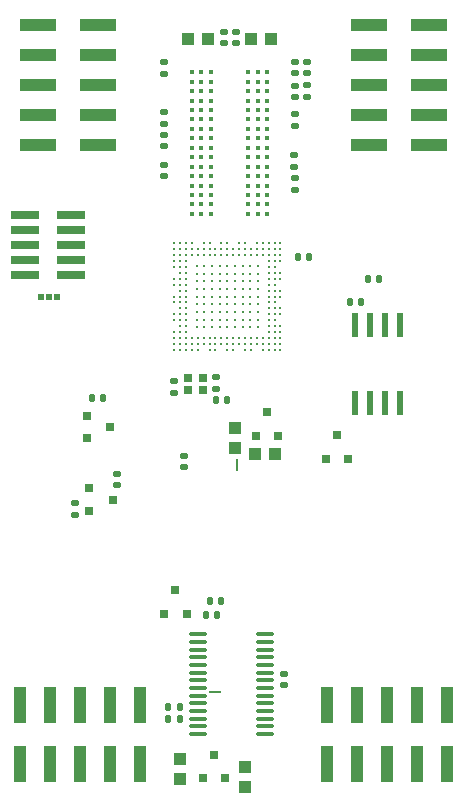
<source format=gbr>
G04 #@! TF.GenerationSoftware,KiCad,Pcbnew,7.0.1-0*
G04 #@! TF.CreationDate,2023-03-28T15:50:41-07:00*
G04 #@! TF.ProjectId,Kit-Brainboard,4b69742d-4272-4616-996e-626f6172642e,rev?*
G04 #@! TF.SameCoordinates,Original*
G04 #@! TF.FileFunction,Paste,Top*
G04 #@! TF.FilePolarity,Positive*
%FSLAX46Y46*%
G04 Gerber Fmt 4.6, Leading zero omitted, Abs format (unit mm)*
G04 Created by KiCad (PCBNEW 7.0.1-0) date 2023-03-28 15:50:41*
%MOMM*%
%LPD*%
G01*
G04 APERTURE LIST*
G04 Aperture macros list*
%AMRoundRect*
0 Rectangle with rounded corners*
0 $1 Rounding radius*
0 $2 $3 $4 $5 $6 $7 $8 $9 X,Y pos of 4 corners*
0 Add a 4 corners polygon primitive as box body*
4,1,4,$2,$3,$4,$5,$6,$7,$8,$9,$2,$3,0*
0 Add four circle primitives for the rounded corners*
1,1,$1+$1,$2,$3*
1,1,$1+$1,$4,$5*
1,1,$1+$1,$6,$7*
1,1,$1+$1,$8,$9*
0 Add four rect primitives between the rounded corners*
20,1,$1+$1,$2,$3,$4,$5,0*
20,1,$1+$1,$4,$5,$6,$7,0*
20,1,$1+$1,$6,$7,$8,$9,0*
20,1,$1+$1,$8,$9,$2,$3,0*%
G04 Aperture macros list end*
%ADD10R,0.600000X2.000000*%
%ADD11R,0.800100X0.800100*%
%ADD12RoundRect,0.147500X0.172500X-0.147500X0.172500X0.147500X-0.172500X0.147500X-0.172500X-0.147500X0*%
%ADD13RoundRect,0.147500X-0.147500X-0.172500X0.147500X-0.172500X0.147500X0.172500X-0.147500X0.172500X0*%
%ADD14R,3.150000X1.000000*%
%ADD15RoundRect,0.147500X-0.172500X0.147500X-0.172500X-0.147500X0.172500X-0.147500X0.172500X0.147500X0*%
%ADD16R,0.160000X0.500000*%
%ADD17R,0.500000X0.500000*%
%ADD18R,1.000000X1.000000*%
%ADD19C,0.230000*%
%ADD20R,0.800000X0.700000*%
%ADD21R,1.000000X3.150000*%
%ADD22C,0.400000*%
%ADD23RoundRect,0.147500X0.147500X0.172500X-0.147500X0.172500X-0.147500X-0.172500X0.147500X-0.172500X0*%
%ADD24RoundRect,0.100000X0.637500X0.100000X-0.637500X0.100000X-0.637500X-0.100000X0.637500X-0.100000X0*%
%ADD25R,2.400000X0.740000*%
%ADD26R,0.500000X0.160000*%
G04 APERTURE END LIST*
D10*
G04 #@! TO.C,U5*
X219575000Y-90102000D03*
X220845000Y-90102000D03*
X222115000Y-90102000D03*
X223385000Y-90102000D03*
X223385000Y-83498000D03*
X222115000Y-83498000D03*
X220845000Y-83498000D03*
X219575000Y-83498000D03*
G04 #@! TD*
D11*
G04 #@! TO.C,D19*
X203410000Y-108000000D03*
X205310000Y-108000000D03*
X204360000Y-106001020D03*
G04 #@! TD*
D12*
G04 #@! TO.C,C42*
X203430000Y-68411779D03*
X203430000Y-67441779D03*
G04 #@! TD*
G04 #@! TO.C,C2*
X213530000Y-114015000D03*
X213530000Y-113045000D03*
G04 #@! TD*
D11*
G04 #@! TO.C,D24*
X196860000Y-91210000D03*
X196860000Y-93110000D03*
X198858980Y-92160000D03*
G04 #@! TD*
D13*
G04 #@! TO.C,R40*
X203755000Y-115900000D03*
X204725000Y-115900000D03*
G04 #@! TD*
D14*
G04 #@! TO.C,JA1*
X192744993Y-58130008D03*
X197794993Y-58130008D03*
X192744993Y-60670008D03*
X197794993Y-60670008D03*
X192744993Y-63210008D03*
X197794993Y-63210008D03*
X192744993Y-65750008D03*
X197794993Y-65750008D03*
X192744993Y-68290008D03*
X197794993Y-68290008D03*
G04 #@! TD*
D15*
G04 #@! TO.C,C98*
X214460000Y-61251779D03*
X214460000Y-62221779D03*
G04 #@! TD*
D16*
G04 #@! TO.C,NT2*
X209580000Y-95160000D03*
X209580000Y-95660000D03*
G04 #@! TD*
D17*
G04 #@! TO.C,JP1*
X194380000Y-81180000D03*
X193700000Y-81180000D03*
X193020000Y-81180000D03*
G04 #@! TD*
D18*
G04 #@! TO.C,C3*
X210220000Y-120930000D03*
X210220000Y-122630000D03*
G04 #@! TD*
D12*
G04 #@! TO.C,R67*
X214430000Y-70141779D03*
X214430000Y-69171779D03*
G04 #@! TD*
D18*
G04 #@! TO.C,C81*
X212470000Y-59356779D03*
X210770000Y-59356779D03*
G04 #@! TD*
D15*
G04 #@! TO.C,C13*
X204230000Y-88305000D03*
X204230000Y-89275000D03*
G04 #@! TD*
D12*
G04 #@! TO.C,C64*
X215473460Y-62226859D03*
X215473460Y-61256859D03*
G04 #@! TD*
D15*
G04 #@! TO.C,C55*
X215490000Y-63251779D03*
X215490000Y-64221779D03*
G04 #@! TD*
D19*
G04 #@! TO.C,U2*
X206160000Y-83730000D03*
X206160000Y-83080000D03*
X206160000Y-82430000D03*
X206160000Y-81780000D03*
X206160000Y-81130000D03*
X206160000Y-80480000D03*
X206160000Y-79830000D03*
X206160000Y-79180000D03*
X206160000Y-78530000D03*
X206810000Y-83730000D03*
X206810000Y-83080000D03*
X206810000Y-82430000D03*
X206810000Y-81780000D03*
X206810000Y-81130000D03*
X206810000Y-80480000D03*
X206810000Y-79830000D03*
X206810000Y-79180000D03*
X206810000Y-78530000D03*
X207460000Y-83730000D03*
X207460000Y-83080000D03*
X207460000Y-82430000D03*
X207460000Y-81780000D03*
X207460000Y-81130000D03*
X207460000Y-80480000D03*
X207460000Y-79830000D03*
X207460000Y-79180000D03*
X207460000Y-78530000D03*
X208110000Y-83730000D03*
X208110000Y-83080000D03*
X208110000Y-82430000D03*
X208110000Y-81780000D03*
X208110000Y-81130000D03*
X208110000Y-80480000D03*
X208110000Y-79830000D03*
X208110000Y-79180000D03*
X208110000Y-78530000D03*
X208760000Y-83730000D03*
X208760000Y-83080000D03*
X208760000Y-82430000D03*
X208760000Y-81780000D03*
X208760000Y-81130000D03*
X208760000Y-80480000D03*
X208760000Y-79830000D03*
X208760000Y-79180000D03*
X208760000Y-78530000D03*
X209410000Y-83730000D03*
X209410000Y-83080000D03*
X209410000Y-82430000D03*
X209410000Y-81780000D03*
X209410000Y-81130000D03*
X209410000Y-80480000D03*
X209410000Y-79830000D03*
X209410000Y-79180000D03*
X209410000Y-78530000D03*
X210060000Y-83730000D03*
X210060000Y-83080000D03*
X210060000Y-82430000D03*
X210060000Y-81780000D03*
X210060000Y-81130000D03*
X210060000Y-80480000D03*
X210060000Y-79830000D03*
X210060000Y-79180000D03*
X210060000Y-78530000D03*
X210710000Y-83730000D03*
X210710000Y-83080000D03*
X210710000Y-82430000D03*
X210710000Y-81780000D03*
X210710000Y-81130000D03*
X210710000Y-80480000D03*
X210710000Y-79830000D03*
X210710000Y-79180000D03*
X210710000Y-78530000D03*
X211360000Y-83730000D03*
X211360000Y-83080000D03*
X211360000Y-82430000D03*
X211360000Y-81780000D03*
X211360000Y-81130000D03*
X211360000Y-80480000D03*
X211360000Y-79830000D03*
X211360000Y-79180000D03*
X211360000Y-78530000D03*
X204260000Y-85630000D03*
X204260000Y-85130000D03*
X204260000Y-84630000D03*
X204260000Y-84130000D03*
X204260000Y-83130000D03*
X204260000Y-82630000D03*
X204260000Y-81630000D03*
X204260000Y-81130000D03*
X204260000Y-80130000D03*
X204260000Y-79630000D03*
X204260000Y-78630000D03*
X204260000Y-78130000D03*
X204260000Y-77630000D03*
X204260000Y-77130000D03*
X204260000Y-76630000D03*
X204760000Y-85630000D03*
X204760000Y-85130000D03*
X204760000Y-84630000D03*
X204760000Y-84130000D03*
X204760000Y-83630000D03*
X204760000Y-83130000D03*
X204760000Y-82630000D03*
X204760000Y-82130000D03*
X204760000Y-81630000D03*
X204760000Y-81130000D03*
X204760000Y-80630000D03*
X204760000Y-80130000D03*
X204760000Y-79630000D03*
X204760000Y-79130000D03*
X204760000Y-78630000D03*
X204760000Y-78130000D03*
X204760000Y-77630000D03*
X204760000Y-77130000D03*
X204760000Y-76630000D03*
X205260000Y-85630000D03*
X205260000Y-85130000D03*
X205260000Y-84630000D03*
X205260000Y-84130000D03*
X205260000Y-83630000D03*
X205260000Y-83130000D03*
X205260000Y-82630000D03*
X205260000Y-82130000D03*
X205260000Y-81630000D03*
X205260000Y-81130000D03*
X205260000Y-80630000D03*
X205260000Y-80130000D03*
X205260000Y-79630000D03*
X205260000Y-79130000D03*
X205260000Y-78630000D03*
X205260000Y-78130000D03*
X205260000Y-77630000D03*
X205260000Y-77130000D03*
X205260000Y-76630000D03*
X205760000Y-85630000D03*
X205760000Y-85130000D03*
X205760000Y-84630000D03*
X205760000Y-77630000D03*
X205760000Y-77130000D03*
X205760000Y-76630000D03*
X206260000Y-85630000D03*
X206260000Y-85130000D03*
X206260000Y-84630000D03*
X206260000Y-77630000D03*
X206260000Y-77130000D03*
X206760000Y-85130000D03*
X206760000Y-84630000D03*
X206760000Y-77630000D03*
X206760000Y-77130000D03*
X206760000Y-76630000D03*
X207260000Y-85630000D03*
X207260000Y-85130000D03*
X207260000Y-84630000D03*
X207260000Y-77630000D03*
X207260000Y-77130000D03*
X207260000Y-76630000D03*
X207760000Y-85630000D03*
X207760000Y-85130000D03*
X207760000Y-84630000D03*
X207760000Y-77630000D03*
X207760000Y-77130000D03*
X208260000Y-85130000D03*
X208260000Y-84630000D03*
X208260000Y-77630000D03*
X208260000Y-77130000D03*
X208260000Y-76630000D03*
X208760000Y-85630000D03*
X208760000Y-85130000D03*
X208760000Y-84630000D03*
X208760000Y-77630000D03*
X208760000Y-77130000D03*
X208760000Y-76630000D03*
X209260000Y-85630000D03*
X209260000Y-85130000D03*
X209260000Y-84630000D03*
X209260000Y-77630000D03*
X209260000Y-77130000D03*
X209760000Y-85130000D03*
X209760000Y-84630000D03*
X209760000Y-77630000D03*
X209760000Y-77130000D03*
X209760000Y-76630000D03*
X210260000Y-85630000D03*
X210260000Y-85130000D03*
X210260000Y-84630000D03*
X210260000Y-77630000D03*
X210260000Y-77130000D03*
X210260000Y-76630000D03*
X210760000Y-85630000D03*
X210760000Y-85130000D03*
X210760000Y-84630000D03*
X210760000Y-77630000D03*
X210760000Y-77130000D03*
X211260000Y-85130000D03*
X211260000Y-84630000D03*
X211260000Y-77630000D03*
X211260000Y-77130000D03*
X211260000Y-76630000D03*
X211760000Y-85630000D03*
X211760000Y-85130000D03*
X211760000Y-84630000D03*
X211760000Y-77630000D03*
X211760000Y-77130000D03*
X211760000Y-76630000D03*
X212260000Y-85630000D03*
X212260000Y-85130000D03*
X212260000Y-84630000D03*
X212260000Y-84130000D03*
X212260000Y-83630000D03*
X212260000Y-83130000D03*
X212260000Y-82630000D03*
X212260000Y-82130000D03*
X212260000Y-81630000D03*
X212260000Y-81130000D03*
X212260000Y-80630000D03*
X212260000Y-80130000D03*
X212260000Y-79630000D03*
X212260000Y-79130000D03*
X212260000Y-78630000D03*
X212260000Y-78130000D03*
X212260000Y-77630000D03*
X212260000Y-77130000D03*
X212260000Y-76630000D03*
X212760000Y-85630000D03*
X212760000Y-85130000D03*
X212760000Y-84630000D03*
X212760000Y-84130000D03*
X212760000Y-83630000D03*
X212760000Y-83130000D03*
X212760000Y-82630000D03*
X212760000Y-82130000D03*
X212760000Y-81630000D03*
X212760000Y-81130000D03*
X212760000Y-80630000D03*
X212760000Y-80130000D03*
X212760000Y-79630000D03*
X212760000Y-79130000D03*
X212760000Y-78630000D03*
X212760000Y-78130000D03*
X212760000Y-77630000D03*
X212760000Y-77130000D03*
X212760000Y-76630000D03*
X213260000Y-85630000D03*
X213260000Y-85130000D03*
X213260000Y-84630000D03*
X213260000Y-84130000D03*
X213260000Y-83630000D03*
X213260000Y-82630000D03*
X213260000Y-82130000D03*
X213260000Y-81130000D03*
X213260000Y-80630000D03*
X213260000Y-79630000D03*
X213260000Y-79130000D03*
X213260000Y-78130000D03*
X213260000Y-77630000D03*
X213260000Y-77130000D03*
X213260000Y-76630000D03*
G04 #@! TD*
D18*
G04 #@! TO.C,C83*
X207110000Y-59346779D03*
X205410000Y-59346779D03*
G04 #@! TD*
D20*
G04 #@! TO.C,X1*
X206695007Y-88026792D03*
X205395003Y-88026792D03*
X205395003Y-89026792D03*
X206695007Y-89026792D03*
G04 #@! TD*
D13*
G04 #@! TO.C,C24*
X207795000Y-89920000D03*
X208765000Y-89920000D03*
G04 #@! TD*
D12*
G04 #@! TO.C,R20*
X195890000Y-99615000D03*
X195890000Y-98645000D03*
G04 #@! TD*
D21*
G04 #@! TO.C,JB1*
X191189991Y-120735000D03*
X191189991Y-115685000D03*
X193729991Y-120735000D03*
X193729991Y-115685000D03*
X196269991Y-120735000D03*
X196269991Y-115685000D03*
X198809991Y-120735000D03*
X198809991Y-115685000D03*
X201349991Y-120735000D03*
X201349991Y-115685000D03*
G04 #@! TD*
D13*
G04 #@! TO.C,R2*
X207255000Y-106890000D03*
X208225000Y-106890000D03*
G04 #@! TD*
D12*
G04 #@! TO.C,R30*
X205090000Y-95565000D03*
X205090000Y-94595000D03*
G04 #@! TD*
D15*
G04 #@! TO.C,C102*
X214450000Y-65701779D03*
X214450000Y-66671779D03*
G04 #@! TD*
D13*
G04 #@! TO.C,R39*
X203745000Y-116920000D03*
X204715000Y-116920000D03*
G04 #@! TD*
D12*
G04 #@! TO.C,C94*
X208440000Y-59681779D03*
X208440000Y-58711779D03*
G04 #@! TD*
G04 #@! TO.C,C15*
X199450000Y-97095000D03*
X199450000Y-96125000D03*
G04 #@! TD*
G04 #@! TO.C,C14*
X207833460Y-88941859D03*
X207833460Y-87971859D03*
G04 #@! TD*
D21*
G04 #@! TO.C,JC1*
X217190015Y-120735000D03*
X217190015Y-115685000D03*
X219730015Y-120735000D03*
X219730015Y-115685000D03*
X222270015Y-120735000D03*
X222270015Y-115685000D03*
X224810015Y-120735000D03*
X224810015Y-115685000D03*
X227350015Y-120735000D03*
X227350015Y-115685000D03*
G04 #@! TD*
D11*
G04 #@! TO.C,U13*
X211150000Y-92910000D03*
X213050000Y-92910000D03*
X212100000Y-90911020D03*
G04 #@! TD*
D13*
G04 #@! TO.C,C12*
X219120000Y-81550000D03*
X220090000Y-81550000D03*
G04 #@! TD*
D22*
G04 #@! TO.C,U14*
X205739598Y-62131000D03*
X206539600Y-62131000D03*
X207339600Y-62131000D03*
X210539600Y-62131000D03*
X211339600Y-62131000D03*
X212139600Y-62131000D03*
X205739598Y-62931000D03*
X206539600Y-62931000D03*
X207339600Y-62931000D03*
X210539600Y-62931000D03*
X211339600Y-62931000D03*
X212139600Y-62931000D03*
X205739598Y-63731000D03*
X206539600Y-63731000D03*
X207339600Y-63731000D03*
X210539600Y-63731000D03*
X211339600Y-63731000D03*
X212139600Y-63731000D03*
X205739598Y-64531000D03*
X206539600Y-64531000D03*
X207339600Y-64531000D03*
X210539600Y-64531000D03*
X211339600Y-64531000D03*
X212139600Y-64531000D03*
X205739598Y-65331000D03*
X206539600Y-65331000D03*
X207339600Y-65331000D03*
X210539600Y-65331000D03*
X211339600Y-65331000D03*
X212139600Y-65331000D03*
X205739598Y-66131000D03*
X206539600Y-66131000D03*
X207339600Y-66131000D03*
X210539600Y-66131000D03*
X211339600Y-66131000D03*
X212139600Y-66131000D03*
X205739598Y-66931000D03*
X206539600Y-66931000D03*
X207339600Y-66931000D03*
X210539600Y-66931000D03*
X211339600Y-66931000D03*
X212139600Y-66931000D03*
X205739598Y-67731000D03*
X206539600Y-67731000D03*
X207339600Y-67731000D03*
X210539600Y-67731000D03*
X211339600Y-67731000D03*
X212139600Y-67731000D03*
X205739598Y-68531000D03*
X206539600Y-68531000D03*
X207339600Y-68531000D03*
X210539600Y-68531000D03*
X211339600Y-68531000D03*
X212139600Y-68531000D03*
X205739598Y-69331000D03*
X206539600Y-69331000D03*
X207339600Y-69331000D03*
X210539600Y-69331000D03*
X211339600Y-69331000D03*
X212139600Y-69331000D03*
X205739598Y-70131000D03*
X206539600Y-70131000D03*
X207339600Y-70131000D03*
X210539600Y-70131000D03*
X211339600Y-70131000D03*
X212139600Y-70131000D03*
X205739598Y-70931000D03*
X206539600Y-70931000D03*
X207339600Y-70931000D03*
X210539600Y-70931000D03*
X211339600Y-70931000D03*
X212139600Y-70931000D03*
X205739598Y-71731000D03*
X206539600Y-71731000D03*
X207339600Y-71731000D03*
X210539600Y-71731000D03*
X211339600Y-71731000D03*
X212139600Y-71731000D03*
X205739598Y-72531000D03*
X206539600Y-72531000D03*
X207339600Y-72531000D03*
X210539600Y-72531000D03*
X211339600Y-72531000D03*
X212139600Y-72531000D03*
X205739598Y-73331000D03*
X206539600Y-73331000D03*
X207339600Y-73331000D03*
X210539600Y-73331000D03*
X211339600Y-73331000D03*
X212139600Y-73331000D03*
X205739598Y-74131000D03*
X206539600Y-74131000D03*
X207339600Y-74131000D03*
X210539600Y-74131000D03*
X211339600Y-74131000D03*
X212139600Y-74131000D03*
G04 #@! TD*
D23*
G04 #@! TO.C,C40*
X215695000Y-77812779D03*
X214725000Y-77812779D03*
G04 #@! TD*
D13*
G04 #@! TO.C,R1*
X206925000Y-108110000D03*
X207895000Y-108110000D03*
G04 #@! TD*
D23*
G04 #@! TO.C,C29*
X221605000Y-79610000D03*
X220635000Y-79610000D03*
G04 #@! TD*
D15*
G04 #@! TO.C,C82*
X203430000Y-65521779D03*
X203430000Y-66491779D03*
G04 #@! TD*
D24*
G04 #@! TO.C,U1*
X211972500Y-118165000D03*
X211972500Y-117515000D03*
X211972500Y-116865000D03*
X211972500Y-116215000D03*
X211972500Y-115565000D03*
X211972500Y-114915000D03*
X211972500Y-114265000D03*
X211972500Y-113615000D03*
X211972500Y-112965000D03*
X211972500Y-112315000D03*
X211972500Y-111665000D03*
X211972500Y-111015000D03*
X211972500Y-110365000D03*
X211972500Y-109715000D03*
X206247500Y-109715000D03*
X206247500Y-110365000D03*
X206247500Y-111015000D03*
X206247500Y-111665000D03*
X206247500Y-112315000D03*
X206247500Y-112965000D03*
X206247500Y-113615000D03*
X206247500Y-114265000D03*
X206247500Y-114915000D03*
X206247500Y-115565000D03*
X206247500Y-116215000D03*
X206247500Y-116865000D03*
X206247500Y-117515000D03*
X206247500Y-118165000D03*
G04 #@! TD*
D18*
G04 #@! TO.C,C1*
X204790000Y-120310000D03*
X204790000Y-122010000D03*
G04 #@! TD*
D12*
G04 #@! TO.C,C99*
X214471260Y-64231459D03*
X214471260Y-63261459D03*
G04 #@! TD*
D13*
G04 #@! TO.C,C21*
X197295000Y-89730000D03*
X198265000Y-89730000D03*
G04 #@! TD*
D15*
G04 #@! TO.C,C87*
X209500000Y-58711779D03*
X209500000Y-59681779D03*
G04 #@! TD*
D14*
G04 #@! TO.C,JD1*
X220745013Y-58130008D03*
X225795013Y-58130008D03*
X220745013Y-60670008D03*
X225795013Y-60670008D03*
X220745013Y-63210008D03*
X225795013Y-63210008D03*
X220745013Y-65750008D03*
X225795013Y-65750008D03*
X220745013Y-68290008D03*
X225795013Y-68290008D03*
G04 #@! TD*
D25*
G04 #@! TO.C,J2*
X191650000Y-74260000D03*
X195550000Y-74260000D03*
X191650000Y-75530000D03*
X195550000Y-75530000D03*
X191650000Y-76800000D03*
X195550000Y-76800000D03*
X191650000Y-78070000D03*
X195550000Y-78070000D03*
X191650000Y-79340000D03*
X195550000Y-79340000D03*
G04 #@! TD*
D11*
G04 #@! TO.C,D22*
X217090000Y-94840760D03*
X218990000Y-94840760D03*
X218040000Y-92841780D03*
G04 #@! TD*
D12*
G04 #@! TO.C,C92*
X203430000Y-62271779D03*
X203430000Y-61301779D03*
G04 #@! TD*
D18*
G04 #@! TO.C,C44*
X212808000Y-94471000D03*
X211108000Y-94471000D03*
G04 #@! TD*
D12*
G04 #@! TO.C,C106*
X203440000Y-70941779D03*
X203440000Y-69971779D03*
G04 #@! TD*
D18*
G04 #@! TO.C,C41*
X209430000Y-92220000D03*
X209430000Y-93920000D03*
G04 #@! TD*
D11*
G04 #@! TO.C,V1*
X206700000Y-121930760D03*
X208600000Y-121930760D03*
X207650000Y-119931780D03*
G04 #@! TD*
D12*
G04 #@! TO.C,R59*
X214450000Y-72071779D03*
X214450000Y-71101779D03*
G04 #@! TD*
D11*
G04 #@! TO.C,D1*
X197047536Y-97366448D03*
X197047536Y-99266448D03*
X199046516Y-98316448D03*
G04 #@! TD*
D26*
G04 #@! TO.C,NT1*
X207490000Y-114630000D03*
X207990000Y-114630000D03*
G04 #@! TD*
M02*

</source>
